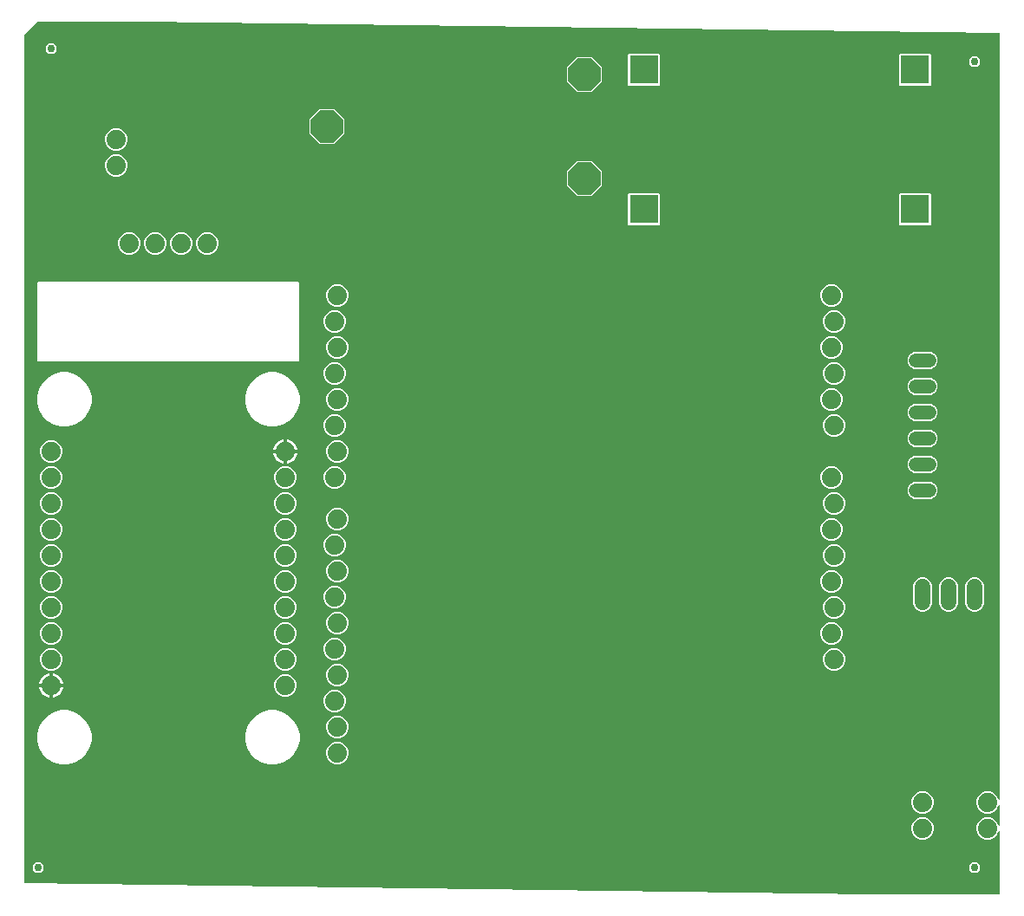
<source format=gbr>
G04 EAGLE Gerber RS-274X export*
G75*
%MOMM*%
%FSLAX34Y34*%
%LPD*%
%INBottom Copper*%
%IPPOS*%
%AMOC8*
5,1,8,0,0,1.08239X$1,22.5*%
G01*
%ADD10C,1.879600*%
%ADD11P,3.409096X8X202.500000*%
%ADD12C,1.524000*%
%ADD13C,1.320800*%
%ADD14R,2.800000X2.800000*%
%ADD15C,0.756400*%

G36*
X938298Y11942D02*
X938298Y11942D01*
X938317Y11940D01*
X938419Y11962D01*
X938521Y11979D01*
X938538Y11988D01*
X938558Y11992D01*
X938647Y12045D01*
X938738Y12094D01*
X938752Y12108D01*
X938769Y12118D01*
X938836Y12197D01*
X938908Y12272D01*
X938916Y12290D01*
X938929Y12305D01*
X938968Y12401D01*
X939011Y12495D01*
X939013Y12515D01*
X939021Y12533D01*
X939039Y12700D01*
X939039Y72654D01*
X939024Y72751D01*
X939014Y72847D01*
X939004Y72871D01*
X939000Y72897D01*
X938954Y72983D01*
X938914Y73072D01*
X938897Y73091D01*
X938884Y73115D01*
X938814Y73182D01*
X938748Y73253D01*
X938725Y73266D01*
X938706Y73284D01*
X938618Y73325D01*
X938532Y73372D01*
X938507Y73377D01*
X938483Y73388D01*
X938386Y73398D01*
X938290Y73416D01*
X938264Y73412D01*
X938239Y73415D01*
X938143Y73394D01*
X938047Y73380D01*
X938024Y73368D01*
X937998Y73362D01*
X937915Y73312D01*
X937828Y73268D01*
X937809Y73250D01*
X937787Y73236D01*
X937724Y73162D01*
X937656Y73093D01*
X937640Y73064D01*
X937627Y73049D01*
X937615Y73019D01*
X937575Y72946D01*
X936360Y70013D01*
X933287Y66940D01*
X929273Y65277D01*
X924927Y65277D01*
X920913Y66940D01*
X917840Y70013D01*
X916177Y74027D01*
X916177Y78373D01*
X917840Y82387D01*
X920913Y85460D01*
X924927Y87123D01*
X929273Y87123D01*
X933287Y85460D01*
X936360Y82387D01*
X937575Y79454D01*
X937626Y79371D01*
X937672Y79285D01*
X937690Y79267D01*
X937704Y79245D01*
X937780Y79183D01*
X937850Y79116D01*
X937874Y79105D01*
X937894Y79088D01*
X937985Y79053D01*
X938073Y79012D01*
X938099Y79010D01*
X938123Y79000D01*
X938221Y78996D01*
X938317Y78985D01*
X938343Y78991D01*
X938369Y78990D01*
X938463Y79017D01*
X938558Y79038D01*
X938580Y79051D01*
X938605Y79058D01*
X938685Y79114D01*
X938769Y79164D01*
X938786Y79184D01*
X938807Y79199D01*
X938866Y79277D01*
X938929Y79351D01*
X938939Y79375D01*
X938954Y79396D01*
X938984Y79488D01*
X939021Y79579D01*
X939024Y79611D01*
X939030Y79630D01*
X939030Y79663D01*
X939039Y79746D01*
X939039Y98054D01*
X939024Y98151D01*
X939014Y98247D01*
X939004Y98271D01*
X939000Y98297D01*
X938954Y98383D01*
X938914Y98472D01*
X938897Y98491D01*
X938884Y98515D01*
X938814Y98582D01*
X938748Y98653D01*
X938725Y98666D01*
X938706Y98684D01*
X938618Y98725D01*
X938532Y98772D01*
X938507Y98777D01*
X938483Y98788D01*
X938386Y98798D01*
X938290Y98816D01*
X938264Y98812D01*
X938239Y98815D01*
X938143Y98794D01*
X938047Y98780D01*
X938024Y98768D01*
X937998Y98762D01*
X937915Y98712D01*
X937828Y98668D01*
X937809Y98650D01*
X937787Y98636D01*
X937724Y98562D01*
X937656Y98493D01*
X937640Y98464D01*
X937627Y98449D01*
X937615Y98419D01*
X937575Y98346D01*
X936360Y95413D01*
X933287Y92340D01*
X929273Y90677D01*
X924927Y90677D01*
X920913Y92340D01*
X917840Y95413D01*
X916177Y99427D01*
X916177Y103773D01*
X917840Y107787D01*
X920913Y110860D01*
X924927Y112523D01*
X929273Y112523D01*
X933287Y110860D01*
X936360Y107787D01*
X937575Y104854D01*
X937626Y104771D01*
X937672Y104685D01*
X937690Y104667D01*
X937704Y104645D01*
X937780Y104583D01*
X937850Y104516D01*
X937874Y104505D01*
X937894Y104488D01*
X937985Y104453D01*
X938073Y104412D01*
X938099Y104410D01*
X938123Y104400D01*
X938221Y104396D01*
X938317Y104385D01*
X938343Y104391D01*
X938369Y104390D01*
X938463Y104417D01*
X938558Y104438D01*
X938580Y104451D01*
X938605Y104458D01*
X938685Y104514D01*
X938769Y104564D01*
X938786Y104584D01*
X938807Y104599D01*
X938866Y104677D01*
X938929Y104751D01*
X938939Y104775D01*
X938954Y104796D01*
X938984Y104888D01*
X939021Y104979D01*
X939024Y105011D01*
X939030Y105030D01*
X939030Y105063D01*
X939039Y105146D01*
X939039Y852719D01*
X939037Y852734D01*
X939039Y852749D01*
X939017Y852855D01*
X939000Y852962D01*
X938993Y852975D01*
X938990Y852990D01*
X938935Y853084D01*
X938884Y853180D01*
X938874Y853190D01*
X938866Y853203D01*
X938785Y853274D01*
X938706Y853349D01*
X938693Y853355D01*
X938681Y853365D01*
X938581Y853407D01*
X938483Y853453D01*
X938468Y853454D01*
X938454Y853460D01*
X938288Y853481D01*
X103312Y864361D01*
X103308Y864361D01*
X103302Y864361D01*
X0Y864361D01*
X-90Y864347D01*
X-181Y864339D01*
X-211Y864327D01*
X-243Y864322D01*
X-323Y864279D01*
X-407Y864243D01*
X-439Y864217D01*
X-460Y864206D01*
X-482Y864183D01*
X-538Y864138D01*
X-13238Y851438D01*
X-13291Y851364D01*
X-13351Y851295D01*
X-13363Y851265D01*
X-13382Y851239D01*
X-13409Y851152D01*
X-13443Y851067D01*
X-13447Y851026D01*
X-13454Y851003D01*
X-13453Y850971D01*
X-13461Y850900D01*
X-13461Y23457D01*
X-13459Y23443D01*
X-13461Y23428D01*
X-13439Y23321D01*
X-13422Y23215D01*
X-13415Y23201D01*
X-13412Y23187D01*
X-13357Y23093D01*
X-13306Y22997D01*
X-13296Y22987D01*
X-13288Y22974D01*
X-13207Y22902D01*
X-13128Y22828D01*
X-13115Y22822D01*
X-13103Y22812D01*
X-13003Y22770D01*
X-12905Y22724D01*
X-12890Y22723D01*
X-12876Y22717D01*
X-12710Y22696D01*
X812814Y11939D01*
X812818Y11939D01*
X812824Y11939D01*
X938278Y11939D01*
X938298Y11942D01*
G37*
%LPC*%
G36*
X-263Y532764D02*
X-263Y532764D01*
X-636Y533137D01*
X-636Y609863D01*
X-263Y610236D01*
X254263Y610236D01*
X254636Y609863D01*
X254636Y533137D01*
X254263Y532764D01*
X-263Y532764D01*
G37*
%LPD*%
%LPC*%
G36*
X225089Y138429D02*
X225089Y138429D01*
X218305Y140247D01*
X212224Y143758D01*
X207258Y148724D01*
X203747Y154805D01*
X201929Y161589D01*
X201929Y168611D01*
X203747Y175395D01*
X207258Y181476D01*
X212224Y186442D01*
X218305Y189953D01*
X225089Y191771D01*
X232111Y191771D01*
X238895Y189953D01*
X244976Y186442D01*
X249942Y181476D01*
X253453Y175395D01*
X255271Y168611D01*
X255271Y161589D01*
X253453Y154805D01*
X249942Y148724D01*
X244976Y143758D01*
X238895Y140247D01*
X232111Y138429D01*
X225089Y138429D01*
G37*
%LPD*%
%LPC*%
G36*
X225089Y468629D02*
X225089Y468629D01*
X218305Y470447D01*
X212224Y473958D01*
X207258Y478924D01*
X203747Y485005D01*
X201929Y491789D01*
X201929Y498811D01*
X203747Y505595D01*
X207258Y511676D01*
X212224Y516642D01*
X218305Y520153D01*
X225089Y521971D01*
X232111Y521971D01*
X238895Y520153D01*
X244976Y516642D01*
X249942Y511676D01*
X253453Y505595D01*
X255271Y498811D01*
X255271Y491789D01*
X253453Y485005D01*
X249942Y478924D01*
X244976Y473958D01*
X238895Y470447D01*
X232111Y468629D01*
X225089Y468629D01*
G37*
%LPD*%
%LPC*%
G36*
X21889Y138429D02*
X21889Y138429D01*
X15105Y140247D01*
X9024Y143758D01*
X4058Y148724D01*
X547Y154805D01*
X-1271Y161589D01*
X-1271Y168611D01*
X547Y175395D01*
X4058Y181476D01*
X9024Y186442D01*
X15105Y189953D01*
X21889Y191771D01*
X28911Y191771D01*
X35695Y189953D01*
X41776Y186442D01*
X46742Y181476D01*
X50253Y175395D01*
X52071Y168611D01*
X52071Y161589D01*
X50253Y154805D01*
X46742Y148724D01*
X41776Y143758D01*
X35695Y140247D01*
X28911Y138429D01*
X21889Y138429D01*
G37*
%LPD*%
%LPC*%
G36*
X21889Y468629D02*
X21889Y468629D01*
X15105Y470447D01*
X9024Y473958D01*
X4058Y478924D01*
X547Y485005D01*
X-1271Y491789D01*
X-1271Y498811D01*
X547Y505595D01*
X4058Y511676D01*
X9024Y516642D01*
X15105Y520153D01*
X21889Y521971D01*
X28911Y521971D01*
X35695Y520153D01*
X41776Y516642D01*
X46742Y511676D01*
X50253Y505595D01*
X52071Y498811D01*
X52071Y491789D01*
X50253Y485005D01*
X46742Y478924D01*
X41776Y473958D01*
X35695Y470447D01*
X28911Y468629D01*
X21889Y468629D01*
G37*
%LPD*%
%LPC*%
G36*
X526245Y795527D02*
X526245Y795527D01*
X516127Y805645D01*
X516127Y819955D01*
X526245Y830073D01*
X540555Y830073D01*
X550673Y819955D01*
X550673Y805645D01*
X540555Y795527D01*
X526245Y795527D01*
G37*
%LPD*%
%LPC*%
G36*
X274785Y744727D02*
X274785Y744727D01*
X264667Y754845D01*
X264667Y769155D01*
X274785Y779273D01*
X289095Y779273D01*
X299213Y769155D01*
X299213Y754845D01*
X289095Y744727D01*
X274785Y744727D01*
G37*
%LPD*%
%LPC*%
G36*
X526245Y693927D02*
X526245Y693927D01*
X516127Y704045D01*
X516127Y718355D01*
X526245Y728473D01*
X540555Y728473D01*
X550673Y718355D01*
X550673Y704045D01*
X540555Y693927D01*
X526245Y693927D01*
G37*
%LPD*%
%LPC*%
G36*
X841668Y801875D02*
X841668Y801875D01*
X840775Y802768D01*
X840775Y832032D01*
X841668Y832925D01*
X870932Y832925D01*
X871825Y832032D01*
X871825Y802768D01*
X870932Y801875D01*
X841668Y801875D01*
G37*
%LPD*%
%LPC*%
G36*
X576868Y801875D02*
X576868Y801875D01*
X575975Y802768D01*
X575975Y832032D01*
X576868Y832925D01*
X606132Y832925D01*
X607025Y832032D01*
X607025Y802768D01*
X606132Y801875D01*
X576868Y801875D01*
G37*
%LPD*%
%LPC*%
G36*
X841668Y665675D02*
X841668Y665675D01*
X840775Y666568D01*
X840775Y695832D01*
X841668Y696725D01*
X870932Y696725D01*
X871825Y695832D01*
X871825Y666568D01*
X870932Y665675D01*
X841668Y665675D01*
G37*
%LPD*%
%LPC*%
G36*
X576868Y665675D02*
X576868Y665675D01*
X575975Y666568D01*
X575975Y695832D01*
X576868Y696725D01*
X606132Y696725D01*
X607025Y695832D01*
X607025Y666568D01*
X606132Y665675D01*
X576868Y665675D01*
G37*
%LPD*%
%LPC*%
G36*
X912581Y288035D02*
X912581Y288035D01*
X909220Y289427D01*
X906647Y292000D01*
X905255Y295361D01*
X905255Y314239D01*
X906647Y317600D01*
X909220Y320173D01*
X912581Y321565D01*
X916219Y321565D01*
X919580Y320173D01*
X922153Y317600D01*
X923545Y314239D01*
X923545Y295361D01*
X922153Y292000D01*
X919580Y289427D01*
X916219Y288035D01*
X912581Y288035D01*
G37*
%LPD*%
%LPC*%
G36*
X861781Y288035D02*
X861781Y288035D01*
X858420Y289427D01*
X855847Y292000D01*
X854455Y295361D01*
X854455Y314239D01*
X855847Y317600D01*
X858420Y320173D01*
X861781Y321565D01*
X865419Y321565D01*
X868780Y320173D01*
X871353Y317600D01*
X872745Y314239D01*
X872745Y295361D01*
X871353Y292000D01*
X868780Y289427D01*
X865419Y288035D01*
X861781Y288035D01*
G37*
%LPD*%
%LPC*%
G36*
X887181Y288035D02*
X887181Y288035D01*
X883820Y289427D01*
X881247Y292000D01*
X879855Y295361D01*
X879855Y314239D01*
X881247Y317600D01*
X883820Y320173D01*
X887181Y321565D01*
X890819Y321565D01*
X894180Y320173D01*
X896753Y317600D01*
X898145Y314239D01*
X898145Y295361D01*
X896753Y292000D01*
X894180Y289427D01*
X890819Y288035D01*
X887181Y288035D01*
G37*
%LPD*%
%LPC*%
G36*
X855379Y449071D02*
X855379Y449071D01*
X852391Y450309D01*
X850105Y452595D01*
X848867Y455583D01*
X848867Y458817D01*
X850105Y461805D01*
X852391Y464091D01*
X855379Y465329D01*
X871821Y465329D01*
X874809Y464091D01*
X877095Y461805D01*
X878333Y458817D01*
X878333Y455583D01*
X877095Y452595D01*
X874809Y450309D01*
X871821Y449071D01*
X855379Y449071D01*
G37*
%LPD*%
%LPC*%
G36*
X855379Y525271D02*
X855379Y525271D01*
X852391Y526509D01*
X850105Y528795D01*
X848867Y531783D01*
X848867Y535017D01*
X850105Y538005D01*
X852391Y540291D01*
X855379Y541529D01*
X871821Y541529D01*
X874809Y540291D01*
X877095Y538005D01*
X878333Y535017D01*
X878333Y531783D01*
X877095Y528795D01*
X874809Y526509D01*
X871821Y525271D01*
X855379Y525271D01*
G37*
%LPD*%
%LPC*%
G36*
X855379Y398271D02*
X855379Y398271D01*
X852391Y399509D01*
X850105Y401795D01*
X848867Y404783D01*
X848867Y408017D01*
X850105Y411005D01*
X852391Y413291D01*
X855379Y414529D01*
X871821Y414529D01*
X874809Y413291D01*
X877095Y411005D01*
X878333Y408017D01*
X878333Y404783D01*
X877095Y401795D01*
X874809Y399509D01*
X871821Y398271D01*
X855379Y398271D01*
G37*
%LPD*%
%LPC*%
G36*
X855379Y499871D02*
X855379Y499871D01*
X852391Y501109D01*
X850105Y503395D01*
X848867Y506383D01*
X848867Y509617D01*
X850105Y512605D01*
X852391Y514891D01*
X855379Y516129D01*
X871821Y516129D01*
X874809Y514891D01*
X877095Y512605D01*
X878333Y509617D01*
X878333Y506383D01*
X877095Y503395D01*
X874809Y501109D01*
X871821Y499871D01*
X855379Y499871D01*
G37*
%LPD*%
%LPC*%
G36*
X855379Y423671D02*
X855379Y423671D01*
X852391Y424909D01*
X850105Y427195D01*
X848867Y430183D01*
X848867Y433417D01*
X850105Y436405D01*
X852391Y438691D01*
X855379Y439929D01*
X871821Y439929D01*
X874809Y438691D01*
X877095Y436405D01*
X878333Y433417D01*
X878333Y430183D01*
X877095Y427195D01*
X874809Y424909D01*
X871821Y423671D01*
X855379Y423671D01*
G37*
%LPD*%
%LPC*%
G36*
X855379Y474471D02*
X855379Y474471D01*
X852391Y475709D01*
X850105Y477995D01*
X848867Y480983D01*
X848867Y484217D01*
X850105Y487205D01*
X852391Y489491D01*
X855379Y490729D01*
X871821Y490729D01*
X874809Y489491D01*
X877095Y487205D01*
X878333Y484217D01*
X878333Y480983D01*
X877095Y477995D01*
X874809Y475709D01*
X871821Y474471D01*
X855379Y474471D01*
G37*
%LPD*%
%LPC*%
G36*
X861427Y65277D02*
X861427Y65277D01*
X857413Y66940D01*
X854340Y70013D01*
X852677Y74027D01*
X852677Y78373D01*
X854340Y82387D01*
X857413Y85460D01*
X861427Y87123D01*
X865773Y87123D01*
X869787Y85460D01*
X872860Y82387D01*
X874523Y78373D01*
X874523Y74027D01*
X872860Y70013D01*
X869787Y66940D01*
X865773Y65277D01*
X861427Y65277D01*
G37*
%LPD*%
%LPC*%
G36*
X74027Y738377D02*
X74027Y738377D01*
X70013Y740040D01*
X66940Y743113D01*
X65277Y747127D01*
X65277Y751473D01*
X66940Y755487D01*
X70013Y758560D01*
X74027Y760223D01*
X78373Y760223D01*
X82387Y758560D01*
X85460Y755487D01*
X87123Y751473D01*
X87123Y747127D01*
X85460Y743113D01*
X82387Y740040D01*
X78373Y738377D01*
X74027Y738377D01*
G37*
%LPD*%
%LPC*%
G36*
X74027Y712977D02*
X74027Y712977D01*
X70013Y714640D01*
X66940Y717713D01*
X65277Y721727D01*
X65277Y726073D01*
X66940Y730087D01*
X70013Y733160D01*
X74027Y734823D01*
X78373Y734823D01*
X82387Y733160D01*
X85460Y730087D01*
X87123Y726073D01*
X87123Y721727D01*
X85460Y717713D01*
X82387Y714640D01*
X78373Y712977D01*
X74027Y712977D01*
G37*
%LPD*%
%LPC*%
G36*
X112127Y636777D02*
X112127Y636777D01*
X108113Y638440D01*
X105040Y641513D01*
X103377Y645527D01*
X103377Y649873D01*
X105040Y653887D01*
X108113Y656960D01*
X112127Y658623D01*
X116473Y658623D01*
X120487Y656960D01*
X123560Y653887D01*
X125223Y649873D01*
X125223Y645527D01*
X123560Y641513D01*
X120487Y638440D01*
X116473Y636777D01*
X112127Y636777D01*
G37*
%LPD*%
%LPC*%
G36*
X86727Y636777D02*
X86727Y636777D01*
X82713Y638440D01*
X79640Y641513D01*
X77977Y645527D01*
X77977Y649873D01*
X79640Y653887D01*
X82713Y656960D01*
X86727Y658623D01*
X91073Y658623D01*
X95087Y656960D01*
X98160Y653887D01*
X99823Y649873D01*
X99823Y645527D01*
X98160Y641513D01*
X95087Y638440D01*
X91073Y636777D01*
X86727Y636777D01*
G37*
%LPD*%
%LPC*%
G36*
X162927Y636777D02*
X162927Y636777D01*
X158913Y638440D01*
X155840Y641513D01*
X154177Y645527D01*
X154177Y649873D01*
X155840Y653887D01*
X158913Y656960D01*
X162927Y658623D01*
X167273Y658623D01*
X171287Y656960D01*
X174360Y653887D01*
X176023Y649873D01*
X176023Y645527D01*
X174360Y641513D01*
X171287Y638440D01*
X167273Y636777D01*
X162927Y636777D01*
G37*
%LPD*%
%LPC*%
G36*
X137527Y636777D02*
X137527Y636777D01*
X133513Y638440D01*
X130440Y641513D01*
X128777Y645527D01*
X128777Y649873D01*
X130440Y653887D01*
X133513Y656960D01*
X137527Y658623D01*
X141873Y658623D01*
X145887Y656960D01*
X148960Y653887D01*
X150623Y649873D01*
X150623Y645527D01*
X148960Y641513D01*
X145887Y638440D01*
X141873Y636777D01*
X137527Y636777D01*
G37*
%LPD*%
%LPC*%
G36*
X772527Y585977D02*
X772527Y585977D01*
X768513Y587640D01*
X765440Y590713D01*
X763777Y594727D01*
X763777Y599073D01*
X765440Y603087D01*
X768513Y606160D01*
X772527Y607823D01*
X776873Y607823D01*
X780887Y606160D01*
X783960Y603087D01*
X785623Y599073D01*
X785623Y594727D01*
X783960Y590713D01*
X780887Y587640D01*
X776873Y585977D01*
X772527Y585977D01*
G37*
%LPD*%
%LPC*%
G36*
X289927Y585977D02*
X289927Y585977D01*
X285913Y587640D01*
X282840Y590713D01*
X281177Y594727D01*
X281177Y599073D01*
X282840Y603087D01*
X285913Y606160D01*
X289927Y607823D01*
X294273Y607823D01*
X298287Y606160D01*
X301360Y603087D01*
X303023Y599073D01*
X303023Y594727D01*
X301360Y590713D01*
X298287Y587640D01*
X294273Y585977D01*
X289927Y585977D01*
G37*
%LPD*%
%LPC*%
G36*
X775067Y560577D02*
X775067Y560577D01*
X771053Y562240D01*
X767980Y565313D01*
X766317Y569327D01*
X766317Y573673D01*
X767980Y577687D01*
X771053Y580760D01*
X775067Y582423D01*
X779413Y582423D01*
X783427Y580760D01*
X786500Y577687D01*
X788163Y573673D01*
X788163Y569327D01*
X786500Y565313D01*
X783427Y562240D01*
X779413Y560577D01*
X775067Y560577D01*
G37*
%LPD*%
%LPC*%
G36*
X287387Y560577D02*
X287387Y560577D01*
X283373Y562240D01*
X280300Y565313D01*
X278637Y569327D01*
X278637Y573673D01*
X280300Y577687D01*
X283373Y580760D01*
X287387Y582423D01*
X291733Y582423D01*
X295747Y580760D01*
X298820Y577687D01*
X300483Y573673D01*
X300483Y569327D01*
X298820Y565313D01*
X295747Y562240D01*
X291733Y560577D01*
X287387Y560577D01*
G37*
%LPD*%
%LPC*%
G36*
X772527Y535177D02*
X772527Y535177D01*
X768513Y536840D01*
X765440Y539913D01*
X763777Y543927D01*
X763777Y548273D01*
X765440Y552287D01*
X768513Y555360D01*
X772527Y557023D01*
X776873Y557023D01*
X780887Y555360D01*
X783960Y552287D01*
X785623Y548273D01*
X785623Y543927D01*
X783960Y539913D01*
X780887Y536840D01*
X776873Y535177D01*
X772527Y535177D01*
G37*
%LPD*%
%LPC*%
G36*
X289927Y535177D02*
X289927Y535177D01*
X285913Y536840D01*
X282840Y539913D01*
X281177Y543927D01*
X281177Y548273D01*
X282840Y552287D01*
X285913Y555360D01*
X289927Y557023D01*
X294273Y557023D01*
X298287Y555360D01*
X301360Y552287D01*
X303023Y548273D01*
X303023Y543927D01*
X301360Y539913D01*
X298287Y536840D01*
X294273Y535177D01*
X289927Y535177D01*
G37*
%LPD*%
%LPC*%
G36*
X775067Y509777D02*
X775067Y509777D01*
X771053Y511440D01*
X767980Y514513D01*
X766317Y518527D01*
X766317Y522873D01*
X767980Y526887D01*
X771053Y529960D01*
X775067Y531623D01*
X779413Y531623D01*
X783427Y529960D01*
X786500Y526887D01*
X788163Y522873D01*
X788163Y518527D01*
X786500Y514513D01*
X783427Y511440D01*
X779413Y509777D01*
X775067Y509777D01*
G37*
%LPD*%
%LPC*%
G36*
X287387Y509777D02*
X287387Y509777D01*
X283373Y511440D01*
X280300Y514513D01*
X278637Y518527D01*
X278637Y522873D01*
X280300Y526887D01*
X283373Y529960D01*
X287387Y531623D01*
X291733Y531623D01*
X295747Y529960D01*
X298820Y526887D01*
X300483Y522873D01*
X300483Y518527D01*
X298820Y514513D01*
X295747Y511440D01*
X291733Y509777D01*
X287387Y509777D01*
G37*
%LPD*%
%LPC*%
G36*
X772527Y484377D02*
X772527Y484377D01*
X768513Y486040D01*
X765440Y489113D01*
X763777Y493127D01*
X763777Y497473D01*
X765440Y501487D01*
X768513Y504560D01*
X772527Y506223D01*
X776873Y506223D01*
X780887Y504560D01*
X783960Y501487D01*
X785623Y497473D01*
X785623Y493127D01*
X783960Y489113D01*
X780887Y486040D01*
X776873Y484377D01*
X772527Y484377D01*
G37*
%LPD*%
%LPC*%
G36*
X289927Y484377D02*
X289927Y484377D01*
X285913Y486040D01*
X282840Y489113D01*
X281177Y493127D01*
X281177Y497473D01*
X282840Y501487D01*
X285913Y504560D01*
X289927Y506223D01*
X294273Y506223D01*
X298287Y504560D01*
X301360Y501487D01*
X303023Y497473D01*
X303023Y493127D01*
X301360Y489113D01*
X298287Y486040D01*
X294273Y484377D01*
X289927Y484377D01*
G37*
%LPD*%
%LPC*%
G36*
X775067Y458977D02*
X775067Y458977D01*
X771053Y460640D01*
X767980Y463713D01*
X766317Y467727D01*
X766317Y472073D01*
X767980Y476087D01*
X771053Y479160D01*
X775067Y480823D01*
X779413Y480823D01*
X783427Y479160D01*
X786500Y476087D01*
X788163Y472073D01*
X788163Y467727D01*
X786500Y463713D01*
X783427Y460640D01*
X779413Y458977D01*
X775067Y458977D01*
G37*
%LPD*%
%LPC*%
G36*
X287387Y458977D02*
X287387Y458977D01*
X283373Y460640D01*
X280300Y463713D01*
X278637Y467727D01*
X278637Y472073D01*
X280300Y476087D01*
X283373Y479160D01*
X287387Y480823D01*
X291733Y480823D01*
X295747Y479160D01*
X298820Y476087D01*
X300483Y472073D01*
X300483Y467727D01*
X298820Y463713D01*
X295747Y460640D01*
X291733Y458977D01*
X287387Y458977D01*
G37*
%LPD*%
%LPC*%
G36*
X289927Y433577D02*
X289927Y433577D01*
X285913Y435240D01*
X282840Y438313D01*
X281177Y442327D01*
X281177Y446673D01*
X282840Y450687D01*
X285913Y453760D01*
X289927Y455423D01*
X294273Y455423D01*
X298287Y453760D01*
X301360Y450687D01*
X303023Y446673D01*
X303023Y442327D01*
X301360Y438313D01*
X298287Y435240D01*
X294273Y433577D01*
X289927Y433577D01*
G37*
%LPD*%
%LPC*%
G36*
X10527Y433577D02*
X10527Y433577D01*
X6513Y435240D01*
X3440Y438313D01*
X1777Y442327D01*
X1777Y446673D01*
X3440Y450687D01*
X6513Y453760D01*
X10527Y455423D01*
X14873Y455423D01*
X18887Y453760D01*
X21960Y450687D01*
X23623Y446673D01*
X23623Y442327D01*
X21960Y438313D01*
X18887Y435240D01*
X14873Y433577D01*
X10527Y433577D01*
G37*
%LPD*%
%LPC*%
G36*
X772527Y408177D02*
X772527Y408177D01*
X768513Y409840D01*
X765440Y412913D01*
X763777Y416927D01*
X763777Y421273D01*
X765440Y425287D01*
X768513Y428360D01*
X772527Y430023D01*
X776873Y430023D01*
X780887Y428360D01*
X783960Y425287D01*
X785623Y421273D01*
X785623Y416927D01*
X783960Y412913D01*
X780887Y409840D01*
X776873Y408177D01*
X772527Y408177D01*
G37*
%LPD*%
%LPC*%
G36*
X287387Y408177D02*
X287387Y408177D01*
X283373Y409840D01*
X280300Y412913D01*
X278637Y416927D01*
X278637Y421273D01*
X280300Y425287D01*
X283373Y428360D01*
X287387Y430023D01*
X291733Y430023D01*
X295747Y428360D01*
X298820Y425287D01*
X300483Y421273D01*
X300483Y416927D01*
X298820Y412913D01*
X295747Y409840D01*
X291733Y408177D01*
X287387Y408177D01*
G37*
%LPD*%
%LPC*%
G36*
X239127Y408177D02*
X239127Y408177D01*
X235113Y409840D01*
X232040Y412913D01*
X230377Y416927D01*
X230377Y421273D01*
X232040Y425287D01*
X235113Y428360D01*
X239127Y430023D01*
X243473Y430023D01*
X247487Y428360D01*
X250560Y425287D01*
X252223Y421273D01*
X252223Y416927D01*
X250560Y412913D01*
X247487Y409840D01*
X243473Y408177D01*
X239127Y408177D01*
G37*
%LPD*%
%LPC*%
G36*
X10527Y408177D02*
X10527Y408177D01*
X6513Y409840D01*
X3440Y412913D01*
X1777Y416927D01*
X1777Y421273D01*
X3440Y425287D01*
X6513Y428360D01*
X10527Y430023D01*
X14873Y430023D01*
X18887Y428360D01*
X21960Y425287D01*
X23623Y421273D01*
X23623Y416927D01*
X21960Y412913D01*
X18887Y409840D01*
X14873Y408177D01*
X10527Y408177D01*
G37*
%LPD*%
%LPC*%
G36*
X10527Y331977D02*
X10527Y331977D01*
X6513Y333640D01*
X3440Y336713D01*
X1777Y340727D01*
X1777Y345073D01*
X3440Y349087D01*
X6513Y352160D01*
X10527Y353823D01*
X14873Y353823D01*
X18887Y352160D01*
X21960Y349087D01*
X23623Y345073D01*
X23623Y340727D01*
X21960Y336713D01*
X18887Y333640D01*
X14873Y331977D01*
X10527Y331977D01*
G37*
%LPD*%
%LPC*%
G36*
X239127Y382777D02*
X239127Y382777D01*
X235113Y384440D01*
X232040Y387513D01*
X230377Y391527D01*
X230377Y395873D01*
X232040Y399887D01*
X235113Y402960D01*
X239127Y404623D01*
X243473Y404623D01*
X247487Y402960D01*
X250560Y399887D01*
X252223Y395873D01*
X252223Y391527D01*
X250560Y387513D01*
X247487Y384440D01*
X243473Y382777D01*
X239127Y382777D01*
G37*
%LPD*%
%LPC*%
G36*
X10527Y382777D02*
X10527Y382777D01*
X6513Y384440D01*
X3440Y387513D01*
X1777Y391527D01*
X1777Y395873D01*
X3440Y399887D01*
X6513Y402960D01*
X10527Y404623D01*
X14873Y404623D01*
X18887Y402960D01*
X21960Y399887D01*
X23623Y395873D01*
X23623Y391527D01*
X21960Y387513D01*
X18887Y384440D01*
X14873Y382777D01*
X10527Y382777D01*
G37*
%LPD*%
%LPC*%
G36*
X775067Y382777D02*
X775067Y382777D01*
X771053Y384440D01*
X767980Y387513D01*
X766317Y391527D01*
X766317Y395873D01*
X767980Y399887D01*
X771053Y402960D01*
X775067Y404623D01*
X779413Y404623D01*
X783427Y402960D01*
X786500Y399887D01*
X788163Y395873D01*
X788163Y391527D01*
X786500Y387513D01*
X783427Y384440D01*
X779413Y382777D01*
X775067Y382777D01*
G37*
%LPD*%
%LPC*%
G36*
X289927Y367537D02*
X289927Y367537D01*
X285913Y369200D01*
X282840Y372273D01*
X281177Y376287D01*
X281177Y380633D01*
X282840Y384647D01*
X285913Y387720D01*
X289927Y389383D01*
X294273Y389383D01*
X298287Y387720D01*
X301360Y384647D01*
X303023Y380633D01*
X303023Y376287D01*
X301360Y372273D01*
X298287Y369200D01*
X294273Y367537D01*
X289927Y367537D01*
G37*
%LPD*%
%LPC*%
G36*
X239127Y357377D02*
X239127Y357377D01*
X235113Y359040D01*
X232040Y362113D01*
X230377Y366127D01*
X230377Y370473D01*
X232040Y374487D01*
X235113Y377560D01*
X239127Y379223D01*
X243473Y379223D01*
X247487Y377560D01*
X250560Y374487D01*
X252223Y370473D01*
X252223Y366127D01*
X250560Y362113D01*
X247487Y359040D01*
X243473Y357377D01*
X239127Y357377D01*
G37*
%LPD*%
%LPC*%
G36*
X10527Y357377D02*
X10527Y357377D01*
X6513Y359040D01*
X3440Y362113D01*
X1777Y366127D01*
X1777Y370473D01*
X3440Y374487D01*
X6513Y377560D01*
X10527Y379223D01*
X14873Y379223D01*
X18887Y377560D01*
X21960Y374487D01*
X23623Y370473D01*
X23623Y366127D01*
X21960Y362113D01*
X18887Y359040D01*
X14873Y357377D01*
X10527Y357377D01*
G37*
%LPD*%
%LPC*%
G36*
X772527Y357377D02*
X772527Y357377D01*
X768513Y359040D01*
X765440Y362113D01*
X763777Y366127D01*
X763777Y370473D01*
X765440Y374487D01*
X768513Y377560D01*
X772527Y379223D01*
X776873Y379223D01*
X780887Y377560D01*
X783960Y374487D01*
X785623Y370473D01*
X785623Y366127D01*
X783960Y362113D01*
X780887Y359040D01*
X776873Y357377D01*
X772527Y357377D01*
G37*
%LPD*%
%LPC*%
G36*
X287387Y342137D02*
X287387Y342137D01*
X283373Y343800D01*
X280300Y346873D01*
X278637Y350887D01*
X278637Y355233D01*
X280300Y359247D01*
X283373Y362320D01*
X287387Y363983D01*
X291733Y363983D01*
X295747Y362320D01*
X298820Y359247D01*
X300483Y355233D01*
X300483Y350887D01*
X298820Y346873D01*
X295747Y343800D01*
X291733Y342137D01*
X287387Y342137D01*
G37*
%LPD*%
%LPC*%
G36*
X775067Y331977D02*
X775067Y331977D01*
X771053Y333640D01*
X767980Y336713D01*
X766317Y340727D01*
X766317Y345073D01*
X767980Y349087D01*
X771053Y352160D01*
X775067Y353823D01*
X779413Y353823D01*
X783427Y352160D01*
X786500Y349087D01*
X788163Y345073D01*
X788163Y340727D01*
X786500Y336713D01*
X783427Y333640D01*
X779413Y331977D01*
X775067Y331977D01*
G37*
%LPD*%
%LPC*%
G36*
X239127Y331977D02*
X239127Y331977D01*
X235113Y333640D01*
X232040Y336713D01*
X230377Y340727D01*
X230377Y345073D01*
X232040Y349087D01*
X235113Y352160D01*
X239127Y353823D01*
X243473Y353823D01*
X247487Y352160D01*
X250560Y349087D01*
X252223Y345073D01*
X252223Y340727D01*
X250560Y336713D01*
X247487Y333640D01*
X243473Y331977D01*
X239127Y331977D01*
G37*
%LPD*%
%LPC*%
G36*
X289927Y316737D02*
X289927Y316737D01*
X285913Y318400D01*
X282840Y321473D01*
X281177Y325487D01*
X281177Y329833D01*
X282840Y333847D01*
X285913Y336920D01*
X289927Y338583D01*
X294273Y338583D01*
X298287Y336920D01*
X301360Y333847D01*
X303023Y329833D01*
X303023Y325487D01*
X301360Y321473D01*
X298287Y318400D01*
X294273Y316737D01*
X289927Y316737D01*
G37*
%LPD*%
%LPC*%
G36*
X772527Y306577D02*
X772527Y306577D01*
X768513Y308240D01*
X765440Y311313D01*
X763777Y315327D01*
X763777Y319673D01*
X765440Y323687D01*
X768513Y326760D01*
X772527Y328423D01*
X776873Y328423D01*
X780887Y326760D01*
X783960Y323687D01*
X785623Y319673D01*
X785623Y315327D01*
X783960Y311313D01*
X780887Y308240D01*
X776873Y306577D01*
X772527Y306577D01*
G37*
%LPD*%
%LPC*%
G36*
X239127Y306577D02*
X239127Y306577D01*
X235113Y308240D01*
X232040Y311313D01*
X230377Y315327D01*
X230377Y319673D01*
X232040Y323687D01*
X235113Y326760D01*
X239127Y328423D01*
X243473Y328423D01*
X247487Y326760D01*
X250560Y323687D01*
X252223Y319673D01*
X252223Y315327D01*
X250560Y311313D01*
X247487Y308240D01*
X243473Y306577D01*
X239127Y306577D01*
G37*
%LPD*%
%LPC*%
G36*
X10527Y306577D02*
X10527Y306577D01*
X6513Y308240D01*
X3440Y311313D01*
X1777Y315327D01*
X1777Y319673D01*
X3440Y323687D01*
X6513Y326760D01*
X10527Y328423D01*
X14873Y328423D01*
X18887Y326760D01*
X21960Y323687D01*
X23623Y319673D01*
X23623Y315327D01*
X21960Y311313D01*
X18887Y308240D01*
X14873Y306577D01*
X10527Y306577D01*
G37*
%LPD*%
%LPC*%
G36*
X287387Y291337D02*
X287387Y291337D01*
X283373Y293000D01*
X280300Y296073D01*
X278637Y300087D01*
X278637Y304433D01*
X280300Y308447D01*
X283373Y311520D01*
X287387Y313183D01*
X291733Y313183D01*
X295747Y311520D01*
X298820Y308447D01*
X300483Y304433D01*
X300483Y300087D01*
X298820Y296073D01*
X295747Y293000D01*
X291733Y291337D01*
X287387Y291337D01*
G37*
%LPD*%
%LPC*%
G36*
X239127Y281177D02*
X239127Y281177D01*
X235113Y282840D01*
X232040Y285913D01*
X230377Y289927D01*
X230377Y294273D01*
X232040Y298287D01*
X235113Y301360D01*
X239127Y303023D01*
X243473Y303023D01*
X247487Y301360D01*
X250560Y298287D01*
X252223Y294273D01*
X252223Y289927D01*
X250560Y285913D01*
X247487Y282840D01*
X243473Y281177D01*
X239127Y281177D01*
G37*
%LPD*%
%LPC*%
G36*
X10527Y281177D02*
X10527Y281177D01*
X6513Y282840D01*
X3440Y285913D01*
X1777Y289927D01*
X1777Y294273D01*
X3440Y298287D01*
X6513Y301360D01*
X10527Y303023D01*
X14873Y303023D01*
X18887Y301360D01*
X21960Y298287D01*
X23623Y294273D01*
X23623Y289927D01*
X21960Y285913D01*
X18887Y282840D01*
X14873Y281177D01*
X10527Y281177D01*
G37*
%LPD*%
%LPC*%
G36*
X775067Y281177D02*
X775067Y281177D01*
X771053Y282840D01*
X767980Y285913D01*
X766317Y289927D01*
X766317Y294273D01*
X767980Y298287D01*
X771053Y301360D01*
X775067Y303023D01*
X779413Y303023D01*
X783427Y301360D01*
X786500Y298287D01*
X788163Y294273D01*
X788163Y289927D01*
X786500Y285913D01*
X783427Y282840D01*
X779413Y281177D01*
X775067Y281177D01*
G37*
%LPD*%
%LPC*%
G36*
X289927Y265937D02*
X289927Y265937D01*
X285913Y267600D01*
X282840Y270673D01*
X281177Y274687D01*
X281177Y279033D01*
X282840Y283047D01*
X285913Y286120D01*
X289927Y287783D01*
X294273Y287783D01*
X298287Y286120D01*
X301360Y283047D01*
X303023Y279033D01*
X303023Y274687D01*
X301360Y270673D01*
X298287Y267600D01*
X294273Y265937D01*
X289927Y265937D01*
G37*
%LPD*%
%LPC*%
G36*
X772527Y255777D02*
X772527Y255777D01*
X768513Y257440D01*
X765440Y260513D01*
X763777Y264527D01*
X763777Y268873D01*
X765440Y272887D01*
X768513Y275960D01*
X772527Y277623D01*
X776873Y277623D01*
X780887Y275960D01*
X783960Y272887D01*
X785623Y268873D01*
X785623Y264527D01*
X783960Y260513D01*
X780887Y257440D01*
X776873Y255777D01*
X772527Y255777D01*
G37*
%LPD*%
%LPC*%
G36*
X239127Y255777D02*
X239127Y255777D01*
X235113Y257440D01*
X232040Y260513D01*
X230377Y264527D01*
X230377Y268873D01*
X232040Y272887D01*
X235113Y275960D01*
X239127Y277623D01*
X243473Y277623D01*
X247487Y275960D01*
X250560Y272887D01*
X252223Y268873D01*
X252223Y264527D01*
X250560Y260513D01*
X247487Y257440D01*
X243473Y255777D01*
X239127Y255777D01*
G37*
%LPD*%
%LPC*%
G36*
X10527Y255777D02*
X10527Y255777D01*
X6513Y257440D01*
X3440Y260513D01*
X1777Y264527D01*
X1777Y268873D01*
X3440Y272887D01*
X6513Y275960D01*
X10527Y277623D01*
X14873Y277623D01*
X18887Y275960D01*
X21960Y272887D01*
X23623Y268873D01*
X23623Y264527D01*
X21960Y260513D01*
X18887Y257440D01*
X14873Y255777D01*
X10527Y255777D01*
G37*
%LPD*%
%LPC*%
G36*
X287387Y240537D02*
X287387Y240537D01*
X283373Y242200D01*
X280300Y245273D01*
X278637Y249287D01*
X278637Y253633D01*
X280300Y257647D01*
X283373Y260720D01*
X287387Y262383D01*
X291733Y262383D01*
X295747Y260720D01*
X298820Y257647D01*
X300483Y253633D01*
X300483Y249287D01*
X298820Y245273D01*
X295747Y242200D01*
X291733Y240537D01*
X287387Y240537D01*
G37*
%LPD*%
%LPC*%
G36*
X775067Y230377D02*
X775067Y230377D01*
X771053Y232040D01*
X767980Y235113D01*
X766317Y239127D01*
X766317Y243473D01*
X767980Y247487D01*
X771053Y250560D01*
X775067Y252223D01*
X779413Y252223D01*
X783427Y250560D01*
X786500Y247487D01*
X788163Y243473D01*
X788163Y239127D01*
X786500Y235113D01*
X783427Y232040D01*
X779413Y230377D01*
X775067Y230377D01*
G37*
%LPD*%
%LPC*%
G36*
X239127Y230377D02*
X239127Y230377D01*
X235113Y232040D01*
X232040Y235113D01*
X230377Y239127D01*
X230377Y243473D01*
X232040Y247487D01*
X235113Y250560D01*
X239127Y252223D01*
X243473Y252223D01*
X247487Y250560D01*
X250560Y247487D01*
X252223Y243473D01*
X252223Y239127D01*
X250560Y235113D01*
X247487Y232040D01*
X243473Y230377D01*
X239127Y230377D01*
G37*
%LPD*%
%LPC*%
G36*
X10527Y230377D02*
X10527Y230377D01*
X6513Y232040D01*
X3440Y235113D01*
X1777Y239127D01*
X1777Y243473D01*
X3440Y247487D01*
X6513Y250560D01*
X10527Y252223D01*
X14873Y252223D01*
X18887Y250560D01*
X21960Y247487D01*
X23623Y243473D01*
X23623Y239127D01*
X21960Y235113D01*
X18887Y232040D01*
X14873Y230377D01*
X10527Y230377D01*
G37*
%LPD*%
%LPC*%
G36*
X289927Y215137D02*
X289927Y215137D01*
X285913Y216800D01*
X282840Y219873D01*
X281177Y223887D01*
X281177Y228233D01*
X282840Y232247D01*
X285913Y235320D01*
X289927Y236983D01*
X294273Y236983D01*
X298287Y235320D01*
X301360Y232247D01*
X303023Y228233D01*
X303023Y223887D01*
X301360Y219873D01*
X298287Y216800D01*
X294273Y215137D01*
X289927Y215137D01*
G37*
%LPD*%
%LPC*%
G36*
X239127Y204977D02*
X239127Y204977D01*
X235113Y206640D01*
X232040Y209713D01*
X230377Y213727D01*
X230377Y218073D01*
X232040Y222087D01*
X235113Y225160D01*
X239127Y226823D01*
X243473Y226823D01*
X247487Y225160D01*
X250560Y222087D01*
X252223Y218073D01*
X252223Y213727D01*
X250560Y209713D01*
X247487Y206640D01*
X243473Y204977D01*
X239127Y204977D01*
G37*
%LPD*%
%LPC*%
G36*
X287387Y189737D02*
X287387Y189737D01*
X283373Y191400D01*
X280300Y194473D01*
X278637Y198487D01*
X278637Y202833D01*
X280300Y206847D01*
X283373Y209920D01*
X287387Y211583D01*
X291733Y211583D01*
X295747Y209920D01*
X298820Y206847D01*
X300483Y202833D01*
X300483Y198487D01*
X298820Y194473D01*
X295747Y191400D01*
X291733Y189737D01*
X287387Y189737D01*
G37*
%LPD*%
%LPC*%
G36*
X289927Y164337D02*
X289927Y164337D01*
X285913Y166000D01*
X282840Y169073D01*
X281177Y173087D01*
X281177Y177433D01*
X282840Y181447D01*
X285913Y184520D01*
X289927Y186183D01*
X294273Y186183D01*
X298287Y184520D01*
X301360Y181447D01*
X303023Y177433D01*
X303023Y173087D01*
X301360Y169073D01*
X298287Y166000D01*
X294273Y164337D01*
X289927Y164337D01*
G37*
%LPD*%
%LPC*%
G36*
X289927Y138937D02*
X289927Y138937D01*
X285913Y140600D01*
X282840Y143673D01*
X281177Y147687D01*
X281177Y152033D01*
X282840Y156047D01*
X285913Y159120D01*
X289927Y160783D01*
X294273Y160783D01*
X298287Y159120D01*
X301360Y156047D01*
X303023Y152033D01*
X303023Y147687D01*
X301360Y143673D01*
X298287Y140600D01*
X294273Y138937D01*
X289927Y138937D01*
G37*
%LPD*%
%LPC*%
G36*
X861427Y90677D02*
X861427Y90677D01*
X857413Y92340D01*
X854340Y95413D01*
X852677Y99427D01*
X852677Y103773D01*
X854340Y107787D01*
X857413Y110860D01*
X861427Y112523D01*
X865773Y112523D01*
X869787Y110860D01*
X872860Y107787D01*
X874523Y103773D01*
X874523Y99427D01*
X872860Y95413D01*
X869787Y92340D01*
X865773Y90677D01*
X861427Y90677D01*
G37*
%LPD*%
%LPC*%
G36*
X10502Y832893D02*
X10502Y832893D01*
X7393Y836002D01*
X7393Y840398D01*
X10502Y843507D01*
X14898Y843507D01*
X18007Y840398D01*
X18007Y836002D01*
X14898Y832893D01*
X10502Y832893D01*
G37*
%LPD*%
%LPC*%
G36*
X912202Y820193D02*
X912202Y820193D01*
X909093Y823302D01*
X909093Y827698D01*
X912202Y830807D01*
X916598Y830807D01*
X919707Y827698D01*
X919707Y823302D01*
X916598Y820193D01*
X912202Y820193D01*
G37*
%LPD*%
%LPC*%
G36*
X912202Y32793D02*
X912202Y32793D01*
X909093Y35902D01*
X909093Y40298D01*
X912202Y43407D01*
X916598Y43407D01*
X919707Y40298D01*
X919707Y35902D01*
X916598Y32793D01*
X912202Y32793D01*
G37*
%LPD*%
%LPC*%
G36*
X-2198Y32793D02*
X-2198Y32793D01*
X-5307Y35902D01*
X-5307Y40298D01*
X-2198Y43407D01*
X2198Y43407D01*
X5307Y40298D01*
X5307Y35902D01*
X2198Y32793D01*
X-2198Y32793D01*
G37*
%LPD*%
%LPC*%
G36*
X242823Y446023D02*
X242823Y446023D01*
X242823Y456346D01*
X244096Y456145D01*
X245883Y455564D01*
X247557Y454711D01*
X249078Y453606D01*
X250406Y452278D01*
X251511Y450757D01*
X252364Y449083D01*
X252945Y447296D01*
X253146Y446023D01*
X242823Y446023D01*
G37*
%LPD*%
%LPC*%
G36*
X14223Y217423D02*
X14223Y217423D01*
X14223Y227746D01*
X15496Y227545D01*
X17283Y226964D01*
X18957Y226111D01*
X20478Y225006D01*
X21806Y223678D01*
X22911Y222157D01*
X23764Y220483D01*
X24345Y218696D01*
X24546Y217423D01*
X14223Y217423D01*
G37*
%LPD*%
%LPC*%
G36*
X14223Y214377D02*
X14223Y214377D01*
X24546Y214377D01*
X24345Y213104D01*
X23764Y211317D01*
X22911Y209643D01*
X21806Y208122D01*
X20478Y206794D01*
X18957Y205689D01*
X17283Y204836D01*
X15496Y204255D01*
X14223Y204054D01*
X14223Y214377D01*
G37*
%LPD*%
%LPC*%
G36*
X242823Y442977D02*
X242823Y442977D01*
X253146Y442977D01*
X252945Y441704D01*
X252364Y439917D01*
X251511Y438243D01*
X250406Y436722D01*
X249078Y435394D01*
X247557Y434289D01*
X245883Y433436D01*
X244096Y432855D01*
X242823Y432654D01*
X242823Y442977D01*
G37*
%LPD*%
%LPC*%
G36*
X229454Y446023D02*
X229454Y446023D01*
X229655Y447296D01*
X230236Y449083D01*
X231089Y450757D01*
X232194Y452278D01*
X233522Y453606D01*
X235043Y454711D01*
X236717Y455564D01*
X238504Y456145D01*
X239777Y456346D01*
X239777Y446023D01*
X229454Y446023D01*
G37*
%LPD*%
%LPC*%
G36*
X854Y217423D02*
X854Y217423D01*
X1055Y218696D01*
X1636Y220483D01*
X2489Y222157D01*
X3594Y223678D01*
X4922Y225006D01*
X6443Y226111D01*
X8117Y226964D01*
X9904Y227545D01*
X11177Y227746D01*
X11177Y217423D01*
X854Y217423D01*
G37*
%LPD*%
%LPC*%
G36*
X238504Y432855D02*
X238504Y432855D01*
X236717Y433436D01*
X235043Y434289D01*
X233522Y435394D01*
X232194Y436722D01*
X231089Y438243D01*
X230236Y439917D01*
X229655Y441704D01*
X229454Y442977D01*
X239777Y442977D01*
X239777Y432654D01*
X238504Y432855D01*
G37*
%LPD*%
%LPC*%
G36*
X9904Y204255D02*
X9904Y204255D01*
X8117Y204836D01*
X6443Y205689D01*
X4922Y206794D01*
X3594Y208122D01*
X2489Y209643D01*
X1636Y211317D01*
X1055Y213104D01*
X854Y214377D01*
X11177Y214377D01*
X11177Y204054D01*
X9904Y204255D01*
G37*
%LPD*%
%LPC*%
G36*
X241299Y444499D02*
X241299Y444499D01*
X241299Y444501D01*
X241301Y444501D01*
X241301Y444499D01*
X241299Y444499D01*
G37*
%LPD*%
%LPC*%
G36*
X12699Y215899D02*
X12699Y215899D01*
X12699Y215901D01*
X12701Y215901D01*
X12701Y215899D01*
X12699Y215899D01*
G37*
%LPD*%
D10*
X777240Y292100D03*
X774700Y317500D03*
X777240Y342900D03*
X774700Y368300D03*
X777240Y393700D03*
X774700Y419100D03*
X777240Y469900D03*
X774700Y495300D03*
X777240Y520700D03*
X774700Y546100D03*
X777240Y571500D03*
X774700Y596900D03*
X292100Y596900D03*
X289560Y571500D03*
X292100Y546100D03*
X289560Y520700D03*
X292100Y495300D03*
X289560Y469900D03*
X292100Y444500D03*
X289560Y419100D03*
X292100Y378460D03*
X289560Y353060D03*
X292100Y327660D03*
X289560Y302260D03*
X292100Y276860D03*
X289560Y251460D03*
X292100Y226060D03*
X289560Y200660D03*
X292100Y175260D03*
X292100Y149860D03*
X774700Y266700D03*
X777240Y241300D03*
X12700Y215900D03*
X12700Y241300D03*
X12700Y266700D03*
X12700Y292100D03*
X12700Y317500D03*
X12700Y342900D03*
X12700Y368300D03*
X12700Y393700D03*
X12700Y419100D03*
X12700Y444500D03*
X241300Y215900D03*
X241300Y241300D03*
X241300Y266700D03*
X241300Y292100D03*
X241300Y317500D03*
X241300Y342900D03*
X241300Y368300D03*
X241300Y393700D03*
X241300Y419100D03*
X241300Y444500D03*
D11*
X533400Y812800D03*
X533400Y711200D03*
X281940Y762000D03*
D10*
X863600Y76200D03*
X863600Y101600D03*
X88900Y647700D03*
X114300Y647700D03*
X139700Y647700D03*
X165100Y647700D03*
X76200Y723900D03*
X76200Y749300D03*
X927100Y101600D03*
X927100Y76200D03*
D12*
X863600Y297180D02*
X863600Y312420D01*
X889000Y312420D02*
X889000Y297180D01*
X914400Y297180D02*
X914400Y312420D01*
D13*
X870204Y533400D02*
X856996Y533400D01*
X856996Y508000D02*
X870204Y508000D01*
X870204Y482600D02*
X856996Y482600D01*
X856996Y457200D02*
X870204Y457200D01*
X870204Y431800D02*
X856996Y431800D01*
X856996Y406400D02*
X870204Y406400D01*
D14*
X591500Y681200D03*
X591500Y817400D03*
X856300Y817400D03*
X856300Y681200D03*
D15*
X12700Y838200D03*
X914400Y825500D03*
X914400Y38100D03*
X0Y38100D03*
M02*

</source>
